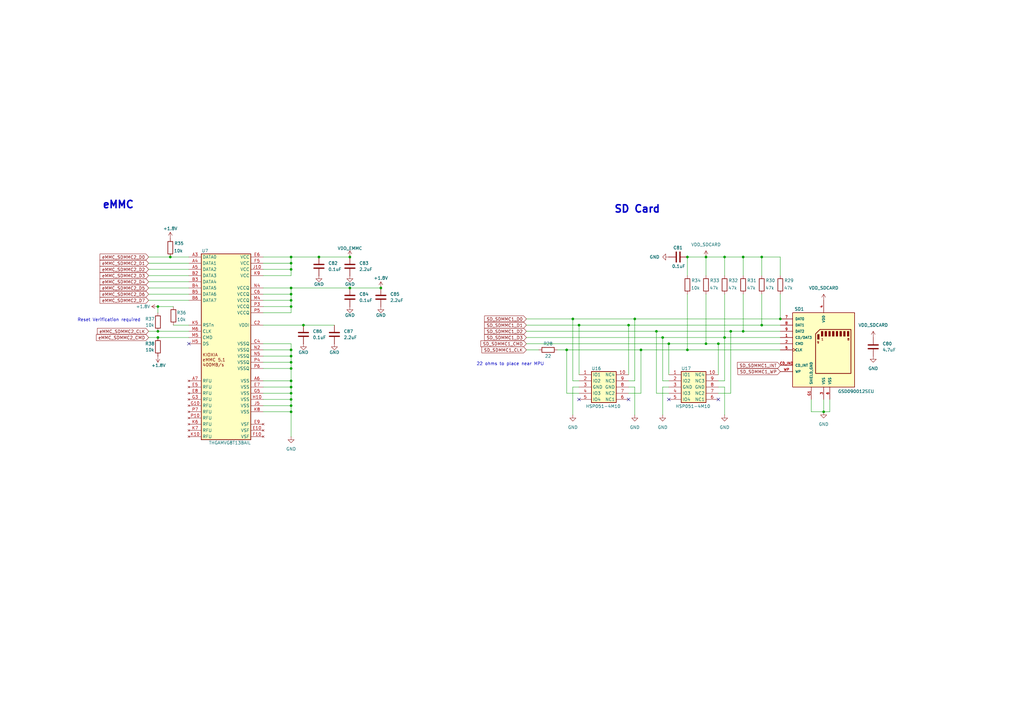
<source format=kicad_sch>
(kicad_sch (version 20250114) (generator "eeschema") (generator_version "9.0")
  (paper "A3")
  (title_block (title "SDcard_eMMC") (date "2025-01-21") (rev "1.0") (company "Robotics"))
  (lib_symbols
    (symbol "Device:C" (pin_numbers (hide yes)) (pin_names (offset 0.254))
      (property "Reference" "C" (at 0.635 2.54 0))
      (property "Value" "C" (at 0.635 -2.54 0))
      (symbol "C_0_1"
        (polyline (pts (xy -2.032 0.762) (xy 2.032 0.762)) (stroke (width 0.508)))
        (polyline (pts (xy -2.032 -0.762) (xy 2.032 -0.762)) (stroke (width 0.508)))
      )
      (symbol "C_1_1"
        (pin passive line (at 0 3.81 270) (length 2.794) (name "~") (number "1"))
        (pin passive line (at 0 -3.81 90) (length 2.794) (name "~") (number "2"))
      )
    )
    (symbol "Device:R" (pin_numbers (hide yes)) (pin_names (offset 0))
      (property "Reference" "R" (at 2.032 0 90))
      (property "Value" "R" (at 0 0 90))
      (symbol "R_0_1"
        (rectangle (start -1.016 -2.54) (end 1.016 2.54) (stroke (width 0.254)))
      )
      (symbol "R_1_1"
        (pin passive line (at 0 3.81 270) (length 1.27) (name "~") (number "1"))
        (pin passive line (at 0 -3.81 90) (length 1.27) (name "~") (number "2"))
      )
    )
    (symbol "HSP051-4M10_1"
      (property "Reference" "U" (at 6.096 2.54 0))
      (property "Value" "HSP051-4M10" (at 10.16 -12.954 0))
      (symbol "HSP051-4M10_1_1_1"
        (rectangle (start 5.08 1.27) (end 15.24 -11.43) (stroke (width 0.3)) (fill (type background)))
        (pin input line (at 0 0 0) (length 5.08) (name "IO1") (number "1"))
        (pin input line (at 0 -2.54 0) (length 5.08) (name "IO2") (number "2"))
        (pin input line (at 0 -5.08 0) (length 5.08) (name "GND") (number "3"))
        (pin input line (at 0 -7.62 0) (length 5.08) (name "IO3") (number "4"))
        (pin input line (at 0 -10.16 0) (length 5.08) (name "IO4") (number "5"))
        (pin input line (at 20.32 0 180) (length 5.08) (name "NC4") (number "10"))
        (pin input line (at 20.32 -2.54 180) (length 5.08) (name "NC3") (number "9"))
        (pin input line (at 20.32 -5.08 180) (length 5.08) (name "GND") (number "8"))
        (pin input line (at 20.32 -7.62 180) (length 5.08) (name "NC2") (number "7"))
        (pin input line (at 20.32 -10.16 180) (length 5.08) (name "NC1") (number "6"))
      )
    )
    (symbol "MY_Socket:GSD090012SEU" (pin_names (offset 1.016))
      (property "Reference" "SD" (at -12.7 16.002 0))
      (property "Value" "GSD090012SEU" (at 2.286 -17.526 0))
      (symbol "GSD090012SEU_0_0"
        (rectangle (start -12.7 15.24) (end 12.7 -15.24) (stroke (width 0.254)) (fill (type background)))
        (pin bidirectional line (at -17.78 12.7 0) (length 5.08) (name "DAT0") (number "7"))
        (pin bidirectional line (at -17.78 10.16 0) (length 5.08) (name "DAT1") (number "8"))
        (pin bidirectional line (at -17.78 7.62 0) (length 5.08) (name "DAT2") (number "9"))
        (pin bidirectional line (at -17.78 5.08 0) (length 5.08) (name "CD/DAT3") (number "1"))
        (pin bidirectional line (at -17.78 2.54 0) (length 5.08) (name "CMD") (number "2"))
        (pin bidirectional clock (at -17.78 0 0) (length 5.08) (name "CLK") (number "5"))
        (pin passive line (at -17.78 -8.89 0) (length 5.08) (name "WP") (number "WP"))
        (pin power_in line (at -5.08 -20.32 90) (length 5.08) (hide yes) (name "SHIELD_GND") (number "G2"))
        (pin power_in line (at -5.08 -20.32 90) (length 5.08) (hide yes) (name "SHIELD_GND") (number "G3"))
        (pin power_in line (at -5.08 -20.32 90) (length 5.08) (hide yes) (name "SHIELD_GND") (number "G4"))
      )
      (symbol "GSD090012SEU_0_1"
        (rectangle (start -2.54 6.35) (end -1.778 4.318) (fill (type outline)))
        (rectangle (start -1.016 7.62) (end -0.254 5.588) (fill (type outline)))
        (rectangle (start 0.508 7.62) (end 1.27 5.588) (fill (type outline)))
        (rectangle (start 2.032 7.62) (end 2.794 5.588) (fill (type outline)))
        (rectangle (start 3.556 7.62) (end 4.318 5.588) (fill (type outline)))
        (rectangle (start 5.08 7.62) (end 5.842 5.588) (fill (type outline)))
        (rectangle (start 6.604 7.62) (end 7.366 5.588) (fill (type outline)))
        (rectangle (start 8.128 7.62) (end 8.89 5.588) (fill (type outline)))
        (rectangle (start 9.652 7.62) (end 10.414 5.588) (fill (type outline)))
      )
      (symbol "GSD090012SEU_1_0"
        (pin passive line (at -17.78 -6.35 0) (length 5.08) (name "CD_INT") (number "CD_IND"))
        (pin power_in line (at -5.08 -20.32 90) (length 5.08) (name "SHIELD_GND") (number "G1"))
        (pin power_in line (at 0 20.32 270) (length 5.08) (name "VDD") (number "4"))
        (pin power_in line (at 0 -20.32 90) (length 5.08) (name "VSS") (number "3"))
        (pin power_in line (at 2.54 -20.32 90) (length 5.08) (name "VSS") (number "6"))
      )
      (symbol "GSD090012SEU_1_1"
        (polyline (pts (xy -1.524 8.382) (xy 11.176 8.382) (xy 11.176 -9.652) (xy -3.302 -9.652) (xy -3.302 6.604) (xy -1.524 8.382)) (stroke (width 0.3)))
        (text "9" (at -2.286 3.048 0) (effects (font (size 0.9 0.9))))
        (text "1" (at -0.508 4.318 0) (effects (font (size 0.9 0.9))))
        (text "8" (at 10.16 4.318 0) (effects (font (size 0.9 0.9))))
      )
    )
    (symbol "MY_eMMC:THGBMUG6C1LBAIL"
      (property "Reference" "U" (at 6.096 2.794 0))
      (property "Value" "THGBMUG6C1LBAIL" (at 15.748 -76.708 0))
      (symbol "THGBMUG6C1LBAIL_1_1"
        (rectangle (start 5.08 1.27) (end 25.4 -74.93) (stroke (width 0.3)) (fill (type background)))
        (text "KIOXIA\neMMC 5.1 \n400MB/s" (at 5.588 -42.164 0) (effects (font (size 1.27 1.27)) (justify left)))
        (pin input line (at 0 0 0) (length 5.08) (name "DATA0") (number "A3"))
        (pin input line (at 0 -2.54 0) (length 5.08) (name "DATA1") (number "A4"))
        (pin input line (at 0 -5.08 0) (length 5.08) (name "DATA2") (number "A5"))
        (pin input line (at 0 -7.62 0) (length 5.08) (name "DATA3") (number "B2"))
        (pin input line (at 0 -10.16 0) (length 5.08) (name "DATA4") (number "B3"))
        (pin input line (at 0 -12.7 0) (length 5.08) (name "DATA5") (number "B4"))
        (pin input line (at 0 -15.24 0) (length 5.08) (name "DATA6") (number "B5"))
        (pin input line (at 0 -17.78 0) (length 5.08) (name "DATA7") (number "B6"))
        (pin input line (at 0 -27.94 0) (length 5.08) (name "RSTn") (number "K5"))
        (pin input line (at 0 -30.48 0) (length 5.08) (name "CLK") (number "M6"))
        (pin input line (at 0 -33.02 0) (length 5.08) (name "CMD") (number "M5"))
        (pin input line (at 0 -35.56 0) (length 5.08) (name "DS") (number "H5"))
        (pin no_connect line (at 0 -50.8 0) (length 5.08) (name "RFU") (number "A7"))
        (pin no_connect line (at 0 -53.34 0) (length 5.08) (name "RFU") (number "E5"))
        (pin no_connect line (at 0 -55.88 0) (length 5.08) (name "RFU") (number "E8"))
        (pin no_connect line (at 0 -58.42 0) (length 5.08) (name "RFU") (number "G3"))
        (pin no_connect line (at 0 -60.96 0) (length 5.08) (name "RFU") (number "G10"))
        (pin no_connect line (at 0 -63.5 0) (length 5.08) (name "RFU") (number "P7"))
        (pin no_connect line (at 0 -66.04 0) (length 5.08) (name "RFU") (number "P10"))
        (pin no_connect line (at 0 -68.58 0) (length 5.08) (name "RFU") (number "K6"))
        (pin no_connect line (at 0 -71.12 0) (length 5.08) (name "RFU") (number "K7"))
        (pin no_connect line (at 0 -73.66 0) (length 5.08) (name "RFU") (number "K10"))
        (pin input line (at 30.48 0 180) (length 5.08) (name "VCC") (number "E6"))
        (pin input line (at 30.48 -2.54 180) (length 5.08) (name "VCC") (number "F5"))
        (pin input line (at 30.48 -5.08 180) (length 5.08) (name "VCC") (number "J10"))
        (pin input line (at 30.48 -7.62 180) (length 5.08) (name "VCC") (number "K9"))
        (pin input line (at 30.48 -12.7 180) (length 5.08) (name "VCCQ") (number "N4"))
        (pin input line (at 30.48 -15.24 180) (length 5.08) (name "VCCQ") (number "C6"))
        (pin input line (at 30.48 -17.78 180) (length 5.08) (name "VCCQ") (number "M4"))
        (pin input line (at 30.48 -20.32 180) (length 5.08) (name "VCCQ") (number "P3"))
        (pin input line (at 30.48 -22.86 180) (length 5.08) (name "VCCQ") (number "P5"))
        (pin input line (at 30.48 -27.94 180) (length 5.08) (name "VDDI") (number "C2"))
        (pin input line (at 30.48 -35.56 180) (length 5.08) (name "VSSQ") (number "C4"))
        (pin input line (at 30.48 -38.1 180) (length 5.08) (name "VSSQ") (number "N2"))
        (pin input line (at 30.48 -40.64 180) (length 5.08) (name "VSSQ") (number "N5"))
        (pin input line (at 30.48 -43.18 180) (length 5.08) (name "VSSQ") (number "P4"))
        (pin input line (at 30.48 -45.72 180) (length 5.08) (name "VSSQ") (number "P6"))
        (pin input line (at 30.48 -50.8 180) (length 5.08) (name "VSS") (number "A6"))
        (pin input line (at 30.48 -53.34 180) (length 5.08) (name "VSS") (number "E7"))
        (pin input line (at 30.48 -55.88 180) (length 5.08) (name "VSS") (number "G5"))
        (pin input line (at 30.48 -58.42 180) (length 5.08) (name "VSS") (number "H10"))
        (pin input line (at 30.48 -60.96 180) (length 5.08) (name "VSS") (number "J5"))
        (pin input line (at 30.48 -63.5 180) (length 5.08) (name "VSS") (number "K8"))
        (pin no_connect line (at 30.48 -68.58 180) (length 5.08) (name "VSF") (number "E9"))
        (pin no_connect line (at 30.48 -71.12 180) (length 5.08) (name "VSF") (number "E10"))
        (pin no_connect line (at 30.48 -73.66 180) (length 5.08) (name "VSF") (number "F10"))
      )
    )
    (symbol "power:+3.3V" (power) (pin_numbers (hide yes)) (pin_names (offset 0) (hide yes))
      (property "Value" "+3.3V" (at 0 3.556 0))
      (symbol "+3.3V_0_1"
        (polyline (pts (xy -0.762 1.27) (xy 0 2.54)))
        (polyline (pts (xy 0 2.54) (xy 0.762 1.27)))
        (polyline (pts (xy 0 0) (xy 0 2.54)))
      )
      (symbol "+3.3V_1_1"
        (pin power_in line (at 0 0 90) (length 0) (name "~") (number "1"))
      )
    )
    (symbol "power:+5V" (power) (pin_numbers (hide yes)) (pin_names (offset 0) (hide yes))
      (property "Value" "+5V" (at 0 3.556 0))
      (symbol "+5V_0_1"
        (polyline (pts (xy -0.762 1.27) (xy 0 2.54)))
        (polyline (pts (xy 0 2.54) (xy 0.762 1.27)))
        (polyline (pts (xy 0 0) (xy 0 2.54)))
      )
      (symbol "+5V_1_1"
        (pin power_in line (at 0 0 90) (length 0) (name "~") (number "1"))
      )
    )
    (symbol "power:GND" (power) (pin_numbers (hide yes)) (pin_names (offset 0) (hide yes))
      (property "Value" "GND" (at 0 -3.81 0))
      (symbol "GND_0_1"
        (polyline (pts (xy 0 0) (xy 0 -1.27) (xy 1.27 -1.27) (xy 0 -2.54) (xy -1.27 -1.27) (xy 0 -1.27)))
      )
      (symbol "GND_1_1"
        (pin power_in line (at 0 0 270) (length 0) (name "~") (number "1"))
      )
    )
  )
  (text "SD Card" (at 261.366 85.852 0) (effects (font (size 3 3) (thickness 0.6) (bold yes))))
  (text "Reset Verification required" (at 44.704 131.318 0) (effects (font (size 1.27 1.27))))
  (text "eMMC" (at 48.514 84.074 0) (effects (font (size 3 3) (thickness 0.6) (bold yes))))
  (text "22 ohms to place near MPU" (at 209.296 149.352 0) (effects (font (size 1.27 1.27))))
  (junction (at 69.85 105.41))
  (junction (at 119.38 163.83))
  (junction (at 232.41 143.51))
  (junction (at 119.38 158.75))
  (junction (at 257.81 133.35))
  (junction (at 119.38 156.21))
  (junction (at 237.49 133.35))
  (junction (at 119.38 105.41))
  (junction (at 234.95 130.81))
  (junction (at 119.38 146.05))
  (junction (at 119.38 151.13))
  (junction (at 124.46 133.35))
  (junction (at 119.38 148.59))
  (junction (at 119.38 107.95))
  (junction (at 119.38 123.19))
  (junction (at 312.42 105.41))
  (junction (at 119.38 118.11))
  (junction (at 281.94 143.51))
  (junction (at 64.77 135.89))
  (junction (at 130.81 105.41))
  (junction (at 262.89 143.51))
  (junction (at 299.72 135.89))
  (junction (at 119.38 110.49))
  (junction (at 156.21 118.11))
  (junction (at 119.38 143.51))
  (junction (at 269.24 135.89))
  (junction (at 281.94 105.41))
  (junction (at 64.77 125.73))
  (junction (at 271.78 138.43))
  (junction (at 289.56 105.41))
  (junction (at 143.51 118.11))
  (junction (at 274.32 140.97))
  (junction (at 119.38 168.91))
  (junction (at 297.18 138.43))
  (junction (at 297.18 105.41))
  (junction (at 119.38 161.29))
  (junction (at 143.51 105.41))
  (junction (at 312.42 133.35))
  (junction (at 119.38 166.37))
  (junction (at 260.35 130.81))
  (junction (at 294.64 140.97))
  (junction (at 304.8 135.89))
  (junction (at 119.38 125.73))
  (junction (at 289.56 140.97))
  (junction (at 64.77 138.43))
  (junction (at 320.04 130.81))
  (junction (at 337.82 168.91))
  (junction (at 304.8 105.41))
  (junction (at 119.38 120.65))
  (no_connect (at 77.47 140.97))
  (no_connect (at 294.64 163.83))
  (no_connect (at 257.81 163.83))
  (no_connect (at 237.49 163.83))
  (no_connect (at 274.32 163.83))
  (wire (pts (xy 119.38 156.21) (xy 119.38 158.75)))
  (wire (pts (xy 274.32 158.75) (xy 271.78 158.75)))
  (wire (pts (xy 119.38 120.65) (xy 119.38 118.11)))
  (wire (pts (xy 119.38 166.37) (xy 119.38 168.91)))
  (wire (pts (xy 294.64 140.97) (xy 320.04 140.97)))
  (wire (pts (xy 119.38 158.75) (xy 119.38 161.29)))
  (wire (pts (xy 107.95 110.49) (xy 119.38 110.49)))
  (wire (pts (xy 289.56 120.65) (xy 289.56 140.97)))
  (wire (pts (xy 260.35 130.81) (xy 260.35 156.21)))
  (wire (pts (xy 60.96 120.65) (xy 77.47 120.65)))
  (wire (pts (xy 274.32 140.97) (xy 289.56 140.97)))
  (wire (pts (xy 297.18 120.65) (xy 297.18 138.43)))
  (wire (pts (xy 119.38 148.59) (xy 119.38 151.13)))
  (wire (pts (xy 124.46 133.35) (xy 137.16 133.35)))
  (wire (pts (xy 260.35 158.75) (xy 260.35 170.18)))
  (wire (pts (xy 332.74 168.91) (xy 337.82 168.91)))
  (wire (pts (xy 320.04 105.41) (xy 320.04 113.03)))
  (wire (pts (xy 237.49 133.35) (xy 257.81 133.35)))
  (wire (pts (xy 304.8 135.89) (xy 320.04 135.89)))
  (wire (pts (xy 119.38 107.95) (xy 119.38 105.41)))
  (wire (pts (xy 107.95 168.91) (xy 119.38 168.91)))
  (wire (pts (xy 260.35 130.81) (xy 320.04 130.81)))
  (wire (pts (xy 297.18 105.41) (xy 297.18 113.03)))
  (wire (pts (xy 271.78 138.43) (xy 297.18 138.43)))
  (wire (pts (xy 119.38 110.49) (xy 119.38 107.95)))
  (wire (pts (xy 237.49 133.35) (xy 237.49 153.67)))
  (wire (pts (xy 337.82 163.83) (xy 337.82 168.91)))
  (wire (pts (xy 60.96 138.43) (xy 64.77 138.43)))
  (wire (pts (xy 281.94 113.03) (xy 281.94 105.41)))
  (wire (pts (xy 299.72 135.89) (xy 304.8 135.89)))
  (wire (pts (xy 262.89 143.51) (xy 281.94 143.51)))
  (wire (pts (xy 119.38 140.97) (xy 107.95 140.97)))
  (wire (pts (xy 281.94 143.51) (xy 320.04 143.51)))
  (wire (pts (xy 228.6 143.51) (xy 232.41 143.51)))
  (wire (pts (xy 294.64 161.29) (xy 299.72 161.29)))
  (wire (pts (xy 269.24 135.89) (xy 269.24 161.29)))
  (wire (pts (xy 143.51 118.11) (xy 156.21 118.11)))
  (wire (pts (xy 64.77 135.89) (xy 77.47 135.89)))
  (wire (pts (xy 304.8 120.65) (xy 304.8 135.89)))
  (wire (pts (xy 312.42 120.65) (xy 312.42 133.35)))
  (wire (pts (xy 220.98 143.51) (xy 215.9 143.51)))
  (wire (pts (xy 294.64 158.75) (xy 297.18 158.75)))
  (wire (pts (xy 262.89 143.51) (xy 262.89 161.29)))
  (wire (pts (xy 274.32 140.97) (xy 274.32 153.67)))
  (wire (pts (xy 274.32 156.21) (xy 271.78 156.21)))
  (wire (pts (xy 294.64 156.21) (xy 297.18 156.21)))
  (wire (pts (xy 119.38 105.41) (xy 107.95 105.41)))
  (wire (pts (xy 232.41 143.51) (xy 262.89 143.51)))
  (wire (pts (xy 60.96 118.11) (xy 77.47 118.11)))
  (wire (pts (xy 234.95 130.81) (xy 260.35 130.81)))
  (wire (pts (xy 71.12 133.35) (xy 77.47 133.35)))
  (wire (pts (xy 237.49 158.75) (xy 234.95 158.75)))
  (wire (pts (xy 257.81 158.75) (xy 260.35 158.75)))
  (wire (pts (xy 274.32 161.29) (xy 269.24 161.29)))
  (wire (pts (xy 119.38 168.91) (xy 119.38 179.07)))
  (wire (pts (xy 107.95 120.65) (xy 119.38 120.65)))
  (wire (pts (xy 312.42 133.35) (xy 320.04 133.35)))
  (wire (pts (xy 237.49 156.21) (xy 234.95 156.21)))
  (wire (pts (xy 257.81 133.35) (xy 312.42 133.35)))
  (wire (pts (xy 60.96 107.95) (xy 77.47 107.95)))
  (wire (pts (xy 289.56 140.97) (xy 294.64 140.97)))
  (wire (pts (xy 281.94 105.41) (xy 289.56 105.41)))
  (wire (pts (xy 64.77 125.73) (xy 71.12 125.73)))
  (wire (pts (xy 234.95 130.81) (xy 234.95 156.21)))
  (wire (pts (xy 304.8 105.41) (xy 312.42 105.41)))
  (wire (pts (xy 304.8 105.41) (xy 304.8 113.03)))
  (wire (pts (xy 340.36 168.91) (xy 340.36 163.83)))
  (wire (pts (xy 119.38 105.41) (xy 130.81 105.41)))
  (wire (pts (xy 299.72 135.89) (xy 299.72 161.29)))
  (wire (pts (xy 119.38 128.27) (xy 119.38 125.73)))
  (wire (pts (xy 107.95 125.73) (xy 119.38 125.73)))
  (wire (pts (xy 119.38 125.73) (xy 119.38 123.19)))
  (wire (pts (xy 107.95 156.21) (xy 119.38 156.21)))
  (wire (pts (xy 119.38 151.13) (xy 119.38 156.21)))
  (wire (pts (xy 234.95 158.75) (xy 234.95 170.18)))
  (wire (pts (xy 107.95 161.29) (xy 119.38 161.29)))
  (wire (pts (xy 119.38 143.51) (xy 119.38 140.97)))
  (wire (pts (xy 294.64 140.97) (xy 294.64 153.67)))
  (wire (pts (xy 107.95 158.75) (xy 119.38 158.75)))
  (wire (pts (xy 215.9 133.35) (xy 237.49 133.35)))
  (wire (pts (xy 107.95 146.05) (xy 119.38 146.05)))
  (wire (pts (xy 119.38 163.83) (xy 119.38 166.37)))
  (wire (pts (xy 297.18 138.43) (xy 320.04 138.43)))
  (wire (pts (xy 119.38 161.29) (xy 119.38 163.83)))
  (wire (pts (xy 119.38 118.11) (xy 143.51 118.11)))
  (wire (pts (xy 297.18 105.41) (xy 304.8 105.41)))
  (wire (pts (xy 107.95 151.13) (xy 119.38 151.13)))
  (wire (pts (xy 107.95 148.59) (xy 119.38 148.59)))
  (wire (pts (xy 337.82 168.91) (xy 340.36 168.91)))
  (wire (pts (xy 257.81 161.29) (xy 262.89 161.29)))
  (wire (pts (xy 69.85 105.41) (xy 77.47 105.41)))
  (wire (pts (xy 312.42 105.41) (xy 312.42 113.03)))
  (wire (pts (xy 289.56 105.41) (xy 289.56 113.03)))
  (wire (pts (xy 107.95 143.51) (xy 119.38 143.51)))
  (wire (pts (xy 107.95 128.27) (xy 119.38 128.27)))
  (wire (pts (xy 107.95 166.37) (xy 119.38 166.37)))
  (wire (pts (xy 119.38 148.59) (xy 119.38 146.05)))
  (wire (pts (xy 271.78 158.75) (xy 271.78 170.18)))
  (wire (pts (xy 320.04 120.65) (xy 320.04 130.81)))
  (wire (pts (xy 257.81 156.21) (xy 260.35 156.21)))
  (wire (pts (xy 60.96 105.41) (xy 69.85 105.41)))
  (wire (pts (xy 281.94 120.65) (xy 281.94 143.51)))
  (wire (pts (xy 312.42 105.41) (xy 320.04 105.41)))
  (wire (pts (xy 269.24 135.89) (xy 299.72 135.89)))
  (wire (pts (xy 119.38 113.03) (xy 119.38 110.49)))
  (wire (pts (xy 64.77 138.43) (xy 77.47 138.43)))
  (wire (pts (xy 60.96 135.89) (xy 64.77 135.89)))
  (wire (pts (xy 130.81 105.41) (xy 143.51 105.41)))
  (wire (pts (xy 332.74 163.83) (xy 332.74 168.91)))
  (wire (pts (xy 215.9 140.97) (xy 274.32 140.97)))
  (wire (pts (xy 107.95 123.19) (xy 119.38 123.19)))
  (wire (pts (xy 289.56 105.41) (xy 297.18 105.41)))
  (wire (pts (xy 107.95 113.03) (xy 119.38 113.03)))
  (wire (pts (xy 107.95 163.83) (xy 119.38 163.83)))
  (wire (pts (xy 119.38 146.05) (xy 119.38 143.51)))
  (wire (pts (xy 232.41 161.29) (xy 232.41 143.51)))
  (wire (pts (xy 60.96 123.19) (xy 77.47 123.19)))
  (wire (pts (xy 215.9 130.81) (xy 234.95 130.81)))
  (wire (pts (xy 60.96 110.49) (xy 77.47 110.49)))
  (wire (pts (xy 107.95 118.11) (xy 119.38 118.11)))
  (wire (pts (xy 107.95 107.95) (xy 119.38 107.95)))
  (wire (pts (xy 60.96 115.57) (xy 77.47 115.57)))
  (wire (pts (xy 64.77 125.73) (xy 64.77 128.27)))
  (wire (pts (xy 215.9 135.89) (xy 269.24 135.89)))
  (wire (pts (xy 257.81 133.35) (xy 257.81 153.67)))
  (wire (pts (xy 107.95 133.35) (xy 124.46 133.35)))
  (wire (pts (xy 271.78 138.43) (xy 271.78 156.21)))
  (wire (pts (xy 297.18 138.43) (xy 297.18 156.21)))
  (wire (pts (xy 119.38 123.19) (xy 119.38 120.65)))
  (wire (pts (xy 60.96 113.03) (xy 77.47 113.03)))
  (wire (pts (xy 215.9 138.43) (xy 271.78 138.43)))
  (wire (pts (xy 237.49 161.29) (xy 232.41 161.29)))
  (wire (pts (xy 297.18 158.75) (xy 297.18 170.18)))
  (global_label "eMMC_SDMMC2_CLK" (shape input) (at 60.96 135.89 180) (property "Intersheetrefs" "${INTERSHEET_REFS}" (effects (hide yes))))
  (global_label "eMMC_SDMMC2_D2" (shape input) (at 60.96 110.49 180) (property "Intersheetrefs" "${INTERSHEET_REFS}" (effects (hide yes))))
  (global_label "SD_SDMMC1_D1" (shape input) (at 215.9 133.35 180) (property "Intersheetrefs" "${INTERSHEET_REFS}" (effects (hide yes))))
  (global_label "eMMC_SDMMC2_D6" (shape input) (at 60.96 120.65 180) (property "Intersheetrefs" "${INTERSHEET_REFS}" (effects (hide yes))))
  (global_label "eMMC_SDMMC2_CMD" (shape input) (at 60.96 138.43 180) (property "Intersheetrefs" "${INTERSHEET_REFS}" (effects (hide yes))))
  (global_label "eMMC_SDMMC2_D4" (shape input) (at 60.96 115.57 180) (property "Intersheetrefs" "${INTERSHEET_REFS}" (effects (hide yes))))
  (global_label "eMMC_SDMMC2_D0" (shape input) (at 60.96 105.41 180) (property "Intersheetrefs" "${INTERSHEET_REFS}" (effects (hide yes))))
  (global_label "eMMC_SDMMC2_D5" (shape input) (at 60.96 118.11 180) (property "Intersheetrefs" "${INTERSHEET_REFS}" (effects (hide yes))))
  (global_label "SD_SDMMC1_CMD" (shape input) (at 215.9 140.97 180) (property "Intersheetrefs" "${INTERSHEET_REFS}" (effects (hide yes))))
  (global_label "SD_SDMMC1_D2" (shape input) (at 215.9 135.89 180) (property "Intersheetrefs" "${INTERSHEET_REFS}" (effects (hide yes))))
  (global_label "eMMC_SDMMC2_D7" (shape input) (at 60.96 123.19 180) (property "Intersheetrefs" "${INTERSHEET_REFS}" (effects (hide yes))))
  (global_label "SD_SDMMC1_WP" (shape input) (at 320.04 152.4 180) (property "Intersheetrefs" "${INTERSHEET_REFS}" (effects (hide yes))))
  (global_label "SD_SDMMC1_D0" (shape input) (at 215.9 130.81 180) (property "Intersheetrefs" "${INTERSHEET_REFS}" (effects (hide yes))))
  (global_label "eMMC_SDMMC2_D3" (shape input) (at 60.96 113.03 180) (property "Intersheetrefs" "${INTERSHEET_REFS}" (effects (hide yes))))
  (global_label "SD_SDMMC1_CLK" (shape input) (at 215.9 143.51 180) (property "Intersheetrefs" "${INTERSHEET_REFS}" (effects (hide yes))))
  (global_label "SD_SDMMC1_INT" (shape input) (at 320.04 149.86 180) (property "Intersheetrefs" "${INTERSHEET_REFS}" (effects (hide yes))))
  (global_label "eMMC_SDMMC2_D1" (shape input) (at 60.96 107.95 180) (property "Intersheetrefs" "${INTERSHEET_REFS}" (effects (hide yes))))
  (global_label "SD_SDMMC1_D3" (shape input) (at 215.9 138.43 180) (property "Intersheetrefs" "${INTERSHEET_REFS}" (effects (hide yes))))
  (symbol (lib_id "Device:C") (at 143.51 121.92 0) (unit 1)
    (property "Reference" "C84" (at 147.32 120.6499 0) (effects (justify left)))
    (property "Value" "0.1uF" (at 147.32 123.1899 0) (effects (justify left)))
    (property "Footprint" "Capacitor_SMD:C_0603_1608Metric" (effects (hide yes)))
    (property "Description" "Unpolarized capacitor" (effects (hide yes)))
  )
  (symbol (lib_id "power:GND") (at 124.46 140.97 0) (unit 1)
    (property "Reference" "#PWR0148" (effects (hide yes)))
    (property "Value" "GND" (at 124.46 144.526 0))
    (property "Description" "Power symbol creates a global label with name \"GND\" , ground" (effects (hide yes)))
  )
  (symbol (lib_id "power:+5V") (at 143.51 105.41 0) (unit 1)
    (property "Reference" "#PWR0143" (effects (hide yes)))
    (property "Value" "VDD_EMMC" (at 143.51 101.854 0))
    (property "Description" "Power symbol creates a global label with name \"+5V\"" (effects (hide yes)))
  )
  (symbol (lib_id "power:GND") (at 234.95 170.18 0) (unit 1)
    (property "Reference" "#PWR0229" (effects (hide yes)))
    (property "Value" "GND" (at 234.95 175.26 0))
    (property "Description" "Power symbol creates a global label with name \"GND\" , ground" (effects (hide yes)))
  )
  (symbol (lib_id "Device:C") (at 156.21 121.92 0) (unit 1)
    (property "Reference" "C85" (at 160.02 120.6499 0) (effects (justify left)))
    (property "Value" "2.2uF" (at 160.02 123.1899 0) (effects (justify left)))
    (property "Footprint" "Capacitor_SMD:C_0805_2012Metric" (effects (hide yes)))
    (property "Description" "Unpolarized capacitor" (effects (hide yes)))
  )
  (symbol (lib_id "power:GND") (at 337.82 168.91 0) (unit 1)
    (property "Reference" "#PWR0135" (effects (hide yes)))
    (property "Value" "GND" (at 337.82 173.99 0))
    (property "Description" "Power symbol creates a global label with name \"GND\" , ground" (effects (hide yes)))
  )
  (symbol (lib_id "power:GND") (at 130.81 113.03 0) (unit 1)
    (property "Reference" "#PWR0145" (effects (hide yes)))
    (property "Value" "GND" (at 130.81 116.586 0))
    (property "Description" "Power symbol creates a global label with name \"GND\" , ground" (effects (hide yes)))
  )
  (symbol (lib_id "power:+3.3V") (at 358.14 138.43 0) (unit 1)
    (property "Reference" "#PWR0137" (effects (hide yes)))
    (property "Value" "VDD_SDCARD" (at 358.14 133.35 0))
    (property "Description" "Power symbol creates a global label with name \"+3.3V\"" (effects (hide yes)))
  )
  (symbol (lib_id "power:+5V") (at 156.21 118.11 0) (unit 1)
    (property "Reference" "#PWR0142" (effects (hide yes)))
    (property "Value" "+1.8V" (at 156.21 114.046 0))
    (property "Description" "Power symbol creates a global label with name \"+5V\"" (effects (hide yes)))
  )
  (symbol (lib_id "power:GND") (at 271.78 170.18 0) (unit 1)
    (property "Reference" "#PWR0227" (effects (hide yes)))
    (property "Value" "GND" (at 271.78 175.26 0))
    (property "Description" "Power symbol creates a global label with name \"GND\" , ground" (effects (hide yes)))
  )
  (symbol (lib_id "power:+3.3V") (at 289.56 105.41 0) (unit 1)
    (property "Reference" "#PWR0139" (effects (hide yes)))
    (property "Value" "VDD_SDCARD" (at 289.56 100.33 0))
    (property "Description" "Power symbol creates a global label with name \"+3.3V\"" (effects (hide yes)))
  )
  (symbol (lib_id "Device:C") (at 143.51 109.22 0) (unit 1)
    (property "Reference" "C83" (at 147.32 107.9499 0) (effects (justify left)))
    (property "Value" "2.2uF" (at 147.32 110.4899 0) (effects (justify left)))
    (property "Footprint" "Capacitor_SMD:C_0805_2012Metric" (effects (hide yes)))
    (property "Description" "Unpolarized capacitor" (effects (hide yes)))
  )
  (symbol (lib_id "Device:R") (at 312.42 116.84 0) (unit 1)
    (property "Reference" "R30" (at 315.976 115.062 0))
    (property "Value" "47k" (at 315.722 118.11 0))
    (property "Footprint" "Resistor_SMD:R_0603_1608Metric" (effects (hide yes)))
    (property "Description" "Resistor" (effects (hide yes)))
  )
  (symbol (lib_id "Device:R") (at 289.56 116.84 0) (unit 1)
    (property "Reference" "R33" (at 293.116 115.062 0))
    (property "Value" "47k" (at 292.862 118.11 0))
    (property "Footprint" "Resistor_SMD:R_0603_1608Metric" (effects (hide yes)))
    (property "Description" "Resistor" (effects (hide yes)))
  )
  (symbol (lib_id "Device:R") (at 69.85 101.6 0) (unit 1)
    (property "Reference" "R35" (at 73.406 99.822 0))
    (property "Value" "10k" (at 73.152 102.87 0))
    (property "Footprint" "Resistor_SMD:R_0603_1608Metric" (effects (hide yes)))
    (property "Description" "Resistor" (effects (hide yes)))
  )
  (symbol (lib_id "Device:R") (at 297.18 116.84 0) (unit 1)
    (property "Reference" "R32" (at 300.736 115.062 0))
    (property "Value" "47k" (at 300.482 118.11 0))
    (property "Footprint" "Resistor_SMD:R_0603_1608Metric" (effects (hide yes)))
    (property "Description" "Resistor" (effects (hide yes)))
  )
  (symbol (lib_id "Device:C") (at 137.16 137.16 0) (unit 1)
    (property "Reference" "C87" (at 140.97 135.8899 0) (effects (justify left)))
    (property "Value" "2.2uF" (at 140.97 138.4299 0) (effects (justify left)))
    (property "Footprint" "Capacitor_SMD:C_0805_2012Metric" (effects (hide yes)))
    (property "Description" "Unpolarized capacitor" (effects (hide yes)))
  )
  (symbol (lib_id "power:GND") (at 274.32 105.41 270) (unit 1)
    (property "Reference" "#PWR0140" (effects (hide yes)))
    (property "Value" "GND" (at 270.51 105.4099 90) (effects (justify right)))
    (property "Description" "Power symbol creates a global label with name \"GND\" , ground" (effects (hide yes)))
  )
  (symbol (lib_name "HSP051-4M10_1") (lib_id "MY_ESD:HSP051-4M10") (at 274.32 153.67 0) (unit 1)
    (property "Reference" "U17" (at 281.432 151.13 0))
    (property "Value" "HSP051-4M10" (at 284.226 166.624 0))
    (property "Footprint" "HSP051-4M10:HSP0514M10" (effects (hide yes)))
    (property "Datasheet" "https://www.st.com/content/ccc/resource/technical/document/datasheet/44/a6/63/a5/b3/ae/4e/01/DM00089476.pdf/files/DM00089476.pdf/jcr:content/translations/en.DM00089476.pdf" (effects (hide yes)))
    (property "Description" "4-line ESD protection for high speed lines" (effects (hide yes)))
  )
  (symbol (lib_id "Device:C") (at 130.81 109.22 0) (unit 1)
    (property "Reference" "C82" (at 134.62 107.9499 0) (effects (justify left)))
    (property "Value" "0.1uF" (at 134.62 110.4899 0) (effects (justify left)))
    (property "Footprint" "Capacitor_SMD:C_0603_1608Metric" (effects (hide yes)))
    (property "Description" "Unpolarized capacitor" (effects (hide yes)))
  )
  (symbol (lib_id "Device:C") (at 358.14 142.24 0) (unit 1)
    (property "Reference" "C80" (at 361.95 140.9699 0) (effects (justify left)))
    (property "Value" "4.7uF" (at 361.95 143.5099 0) (effects (justify left)))
    (property "Footprint" "Capacitor_SMD:C_0805_2012Metric" (effects (hide yes)))
    (property "Description" "Unpolarized capacitor" (effects (hide yes)))
  )
  (symbol (lib_id "Device:R") (at 64.77 132.08 0) (mirror y) (unit 1)
    (property "Reference" "R37" (at 61.468 130.81 0))
    (property "Value" "10k" (at 61.468 133.35 0))
    (property "Footprint" "Resistor_SMD:R_0603_1608Metric" (effects (hide yes)))
    (property "Description" "Resistor" (effects (hide yes)))
  )
  (symbol (lib_id "power:+3.3V") (at 337.82 123.19 0) (unit 1)
    (property "Reference" "#PWR0136" (effects (hide yes)))
    (property "Value" "VDD_SDCARD" (at 337.82 118.11 0))
    (property "Description" "Power symbol creates a global label with name \"+3.3V\"" (effects (hide yes)))
  )
  (symbol (lib_id "Device:R") (at 281.94 116.84 0) (unit 1)
    (property "Reference" "R34" (at 285.496 115.062 0))
    (property "Value" "10k" (at 285.242 118.11 0))
    (property "Footprint" "Resistor_SMD:R_0603_1608Metric" (effects (hide yes)))
    (property "Description" "Resistor" (effects (hide yes)))
  )
  (symbol (lib_id "power:GND") (at 119.38 179.07 0) (unit 1)
    (property "Reference" "#PWR0141" (effects (hide yes)))
    (property "Value" "GND" (at 119.38 184.15 0))
    (property "Description" "Power symbol creates a global label with name \"GND\" , ground" (effects (hide yes)))
  )
  (symbol (lib_id "power:+5V") (at 69.85 97.79 0) (unit 1)
    (property "Reference" "#PWR0150" (effects (hide yes)))
    (property "Value" "+1.8V" (at 69.85 93.726 0))
    (property "Description" "Power symbol creates a global label with name \"+5V\"" (effects (hide yes)))
  )
  (symbol (lib_id "Device:R") (at 64.77 142.24 0) (mirror y) (unit 1)
    (property "Reference" "R38" (at 61.468 140.97 0))
    (property "Value" "10k" (at 61.468 143.51 0))
    (property "Footprint" "Resistor_SMD:R_0603_1608Metric" (effects (hide yes)))
    (property "Description" "Resistor" (effects (hide yes)))
  )
  (symbol (lib_id "Device:R") (at 71.12 129.54 0) (unit 1)
    (property "Reference" "R36" (at 74.422 128.27 0))
    (property "Value" "10k" (at 74.422 131.064 0))
    (property "Footprint" "Resistor_SMD:R_0603_1608Metric" (effects (hide yes)))
    (property "Description" "Resistor" (effects (hide yes)))
  )
  (symbol (lib_id "Device:R") (at 224.79 143.51 270) (unit 1)
    (property "Reference" "R28" (at 224.79 140.97 90))
    (property "Value" "22" (at 224.79 146.05 90))
    (property "Footprint" "Resistor_SMD:R_0603_1608Metric" (effects (hide yes)))
    (property "Description" "Resistor" (effects (hide yes)))
  )
  (symbol (lib_id "power:GND") (at 260.35 170.18 0) (unit 1)
    (property "Reference" "#PWR0228" (effects (hide yes)))
    (property "Value" "GND" (at 260.35 175.26 0))
    (property "Description" "Power symbol creates a global label with name \"GND\" , ground" (effects (hide yes)))
  )
  (symbol (lib_id "power:+5V") (at 64.77 125.73 90) (mirror x) (unit 1)
    (property "Reference" "#PWR0152" (effects (hide yes)))
    (property "Value" "+1.8V" (at 58.674 125.73 90))
    (property "Description" "Power symbol creates a global label with name \"+5V\"" (effects (hide yes)))
  )
  (symbol (lib_id "Device:C") (at 278.13 105.41 270) (mirror x) (unit 1)
    (property "Reference" "C81" (at 276.098 101.6 90) (effects (justify left)))
    (property "Value" "0.1uF" (at 275.59 109.22 90) (effects (justify left)))
    (property "Footprint" "Capacitor_SMD:C_0603_1608Metric" (effects (hide yes)))
    (property "Description" "Unpolarized capacitor" (effects (hide yes)))
  )
  (symbol (lib_id "power:GND") (at 358.14 146.05 0) (unit 1)
    (property "Reference" "#PWR0138" (effects (hide yes)))
    (property "Value" "GND" (at 358.14 151.13 0))
    (property "Description" "Power symbol creates a global label with name \"GND\" , ground" (effects (hide yes)))
  )
  (symbol (lib_id "power:GND") (at 137.16 140.97 0) (unit 1)
    (property "Reference" "#PWR0149" (effects (hide yes)))
    (property "Value" "GND" (at 137.16 144.526 0))
    (property "Description" "Power symbol creates a global label with name \"GND\" , ground" (effects (hide yes)))
  )
  (symbol (lib_id "power:+5V") (at 64.77 146.05 0) (mirror x) (unit 1)
    (property "Reference" "#PWR0151" (effects (hide yes)))
    (property "Value" "+1.8V" (at 65.024 149.86 0))
    (property "Description" "Power symbol creates a global label with name \"+5V\"" (effects (hide yes)))
  )
  (symbol (lib_id "MY_Socket:GSD090012SEU") (at 337.82 143.51 0) (unit 1)
    (property "Reference" "SD1" (at 325.882 126.746 0) (effects (justify left)))
    (property "Value" "GSD090012SEU" (at 343.662 160.528 0) (effects (justify left)))
    (property "Footprint" "PCB:AMPHENOL_GSD090012SEU" (effects (hide yes)))
    (property "MF" "Amphenol" (effects (hide yes)))
    (property "MAXIMUM_PACKAGE_HEIGHT" "2.95mm" (effects (hide yes)))
    (property "Package" "None" (effects (hide yes)))
    (property "Price" "None" (effects (hide yes)))
    (property "Check_prices" "https://www.snapeda.com/parts/GSD090012SEU/Amphenol/view-part/?ref=eda" (effects (hide yes)))
    (property "STANDARD" "Manufacturer Recommendations" (effects (hide yes)))
    (property "PARTREV" "E" (effects (hide yes)))
    (property "SnapEDA_Link" "https://www.snapeda.com/parts/GSD090012SEU/Amphenol/view-part/?ref=snap" (effects (hide yes)))
    (property "MP" "GSD090012SEU" (effects (hide yes)))
    (property "Description_1" "\n                        \n                            Micro SD and SD Card Sockets, Input Output Connectors, SD Socket,9 Position,SMT\n                        \n" (effects (hide yes)))
    (property "Availability" "In Stock" (effects (hide yes)))
    (property "MANUFACTURER" "Amphenol" (effects (hide yes)))
  )
  (symbol (lib_name "HSP051-4M10_1") (lib_id "MY_ESD:HSP051-4M10") (at 237.49 153.67 0) (unit 1)
    (property "Reference" "U16" (at 244.602 151.13 0))
    (property "Value" "HSP051-4M10" (at 247.396 166.624 0))
    (property "Footprint" "HSP051-4M10:HSP0514M10" (effects (hide yes)))
    (property "Datasheet" "https://www.st.com/content/ccc/resource/technical/document/datasheet/44/a6/63/a5/b3/ae/4e/01/DM00089476.pdf/files/DM00089476.pdf/jcr:content/translations/en.DM00089476.pdf" (effects (hide yes)))
    (property "Description" "4-line ESD protection for high speed lines" (effects (hide yes)))
  )
  (symbol (lib_id "power:GND") (at 297.18 170.18 0) (unit 1)
    (property "Reference" "#PWR0226" (effects (hide yes)))
    (property "Value" "GND" (at 297.18 175.26 0))
    (property "Description" "Power symbol creates a global label with name \"GND\" , ground" (effects (hide yes)))
  )
  (symbol (lib_id "Device:R") (at 320.04 116.84 0) (unit 1)
    (property "Reference" "R29" (at 323.596 115.062 0))
    (property "Value" "47k" (at 323.342 118.11 0))
    (property "Footprint" "Resistor_SMD:R_0603_1608Metric" (effects (hide yes)))
    (property "Description" "Resistor" (effects (hide yes)))
  )
  (symbol (lib_id "MY_eMMC:THGBMUG6C1LBAIL") (at 77.47 105.41 0) (unit 1)
    (property "Reference" "U7" (at 84.074 102.87 0))
    (property "Value" "THGAMVG8T13BAIL" (at 94.234 181.61 0))
    (property "Footprint" "PCB:BGA153N50P14X14_1300X1150X100N" (effects (hide yes)))
    (property "Datasheet" "https://www.mouser.kr/datasheet/2/1034/KIOXIA_e_MMC_Product_Brief-3193570.pdf" (effects (hide yes)))
    (property "Description" "e-MMC 5.1, FG NAND, 400MB/s" (effects (hide yes)))
  )
  (symbol (lib_id "power:GND") (at 156.21 125.73 0) (unit 1)
    (property "Reference" "#PWR0147" (effects (hide yes)))
    (property "Value" "GND" (at 156.21 129.286 0))
    (property "Description" "Power symbol creates a global label with name \"GND\" , ground" (effects (hide yes)))
  )
  (symbol (lib_id "Device:R") (at 304.8 116.84 0) (unit 1)
    (property "Reference" "R31" (at 308.356 115.062 0))
    (property "Value" "47k" (at 308.102 118.11 0))
    (property "Footprint" "Resistor_SMD:R_0603_1608Metric" (effects (hide yes)))
    (property "Description" "Resistor" (effects (hide yes)))
  )
  (symbol (lib_id "power:GND") (at 143.51 113.03 0) (unit 1)
    (property "Reference" "#PWR0144" (effects (hide yes)))
    (property "Value" "GND" (at 143.51 116.586 0))
    (property "Description" "Power symbol creates a global label with name \"GND\" , ground" (effects (hide yes)))
  )
  (symbol (lib_id "Device:C") (at 124.46 137.16 0) (unit 1)
    (property "Reference" "C86" (at 128.27 135.8899 0) (effects (justify left)))
    (property "Value" "0.1uF" (at 128.27 138.4299 0) (effects (justify left)))
    (property "Footprint" "Capacitor_SMD:C_0603_1608Metric" (effects (hide yes)))
    (property "Description" "Unpolarized capacitor" (effects (hide yes)))
  )
  (symbol (lib_id "power:GND") (at 143.51 125.73 0) (unit 1)
    (property "Reference" "#PWR0146" (effects (hide yes)))
    (property "Value" "GND" (at 143.51 129.286 0))
    (property "Description" "Power symbol creates a global label with name \"GND\" , ground" (effects (hide yes)))
  )
)
</source>
